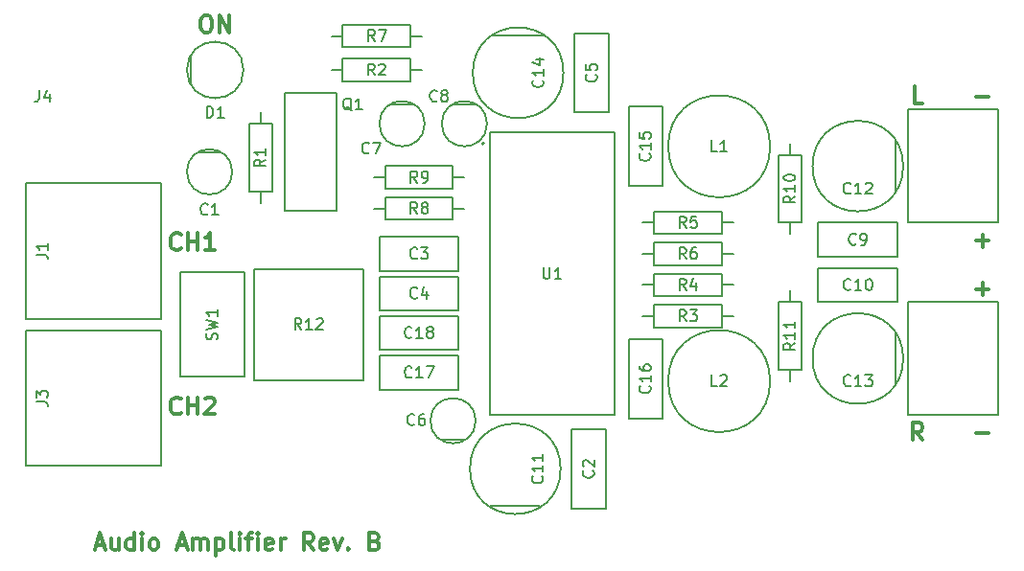
<source format=gto>
G04 #@! TF.GenerationSoftware,KiCad,Pcbnew,(5.1.5-0-10_14)*
G04 #@! TF.CreationDate,2020-05-20T11:48:18+12:00*
G04 #@! TF.ProjectId,audio-amplifier,61756469-6f2d-4616-9d70-6c6966696572,B*
G04 #@! TF.SameCoordinates,Original*
G04 #@! TF.FileFunction,Legend,Top*
G04 #@! TF.FilePolarity,Positive*
%FSLAX46Y46*%
G04 Gerber Fmt 4.6, Leading zero omitted, Abs format (unit mm)*
G04 Created by KiCad (PCBNEW (5.1.5-0-10_14)) date 2020-05-20 11:48:18*
%MOMM*%
%LPD*%
G04 APERTURE LIST*
%ADD10C,0.300000*%
%ADD11C,0.200000*%
G04 APERTURE END LIST*
D10*
X49321428Y-40928571D02*
X49607142Y-40928571D01*
X49750000Y-41000000D01*
X49892857Y-41142857D01*
X49964285Y-41428571D01*
X49964285Y-41928571D01*
X49892857Y-42214285D01*
X49750000Y-42357142D01*
X49607142Y-42428571D01*
X49321428Y-42428571D01*
X49178571Y-42357142D01*
X49035714Y-42214285D01*
X48964285Y-41928571D01*
X48964285Y-41428571D01*
X49035714Y-41142857D01*
X49178571Y-41000000D01*
X49321428Y-40928571D01*
X50607142Y-42428571D02*
X50607142Y-40928571D01*
X51464285Y-42428571D01*
X51464285Y-40928571D01*
X47214285Y-76035714D02*
X47142857Y-76107142D01*
X46928571Y-76178571D01*
X46785714Y-76178571D01*
X46571428Y-76107142D01*
X46428571Y-75964285D01*
X46357142Y-75821428D01*
X46285714Y-75535714D01*
X46285714Y-75321428D01*
X46357142Y-75035714D01*
X46428571Y-74892857D01*
X46571428Y-74750000D01*
X46785714Y-74678571D01*
X46928571Y-74678571D01*
X47142857Y-74750000D01*
X47214285Y-74821428D01*
X47857142Y-76178571D02*
X47857142Y-74678571D01*
X47857142Y-75392857D02*
X48714285Y-75392857D01*
X48714285Y-76178571D02*
X48714285Y-74678571D01*
X49357142Y-74821428D02*
X49428571Y-74750000D01*
X49571428Y-74678571D01*
X49928571Y-74678571D01*
X50071428Y-74750000D01*
X50142857Y-74821428D01*
X50214285Y-74964285D01*
X50214285Y-75107142D01*
X50142857Y-75321428D01*
X49285714Y-76178571D01*
X50214285Y-76178571D01*
X47214285Y-61535714D02*
X47142857Y-61607142D01*
X46928571Y-61678571D01*
X46785714Y-61678571D01*
X46571428Y-61607142D01*
X46428571Y-61464285D01*
X46357142Y-61321428D01*
X46285714Y-61035714D01*
X46285714Y-60821428D01*
X46357142Y-60535714D01*
X46428571Y-60392857D01*
X46571428Y-60250000D01*
X46785714Y-60178571D01*
X46928571Y-60178571D01*
X47142857Y-60250000D01*
X47214285Y-60321428D01*
X47857142Y-61678571D02*
X47857142Y-60178571D01*
X47857142Y-60892857D02*
X48714285Y-60892857D01*
X48714285Y-61678571D02*
X48714285Y-60178571D01*
X50214285Y-61678571D02*
X49357142Y-61678571D01*
X49785714Y-61678571D02*
X49785714Y-60178571D01*
X49642857Y-60392857D01*
X49500000Y-60535714D01*
X49357142Y-60607142D01*
X117428571Y-77857142D02*
X118571428Y-77857142D01*
X117428571Y-65107142D02*
X118571428Y-65107142D01*
X118000000Y-65678571D02*
X118000000Y-64535714D01*
X117428571Y-48107142D02*
X118571428Y-48107142D01*
X117428571Y-60857142D02*
X118571428Y-60857142D01*
X118000000Y-61428571D02*
X118000000Y-60285714D01*
X112714285Y-78428571D02*
X112214285Y-77714285D01*
X111857142Y-78428571D02*
X111857142Y-76928571D01*
X112428571Y-76928571D01*
X112571428Y-77000000D01*
X112642857Y-77071428D01*
X112714285Y-77214285D01*
X112714285Y-77428571D01*
X112642857Y-77571428D01*
X112571428Y-77642857D01*
X112428571Y-77714285D01*
X111857142Y-77714285D01*
X112714285Y-48678571D02*
X112000000Y-48678571D01*
X112000000Y-47178571D01*
X39730714Y-87750000D02*
X40445000Y-87750000D01*
X39587857Y-88178571D02*
X40087857Y-86678571D01*
X40587857Y-88178571D01*
X41730714Y-87178571D02*
X41730714Y-88178571D01*
X41087857Y-87178571D02*
X41087857Y-87964285D01*
X41159285Y-88107142D01*
X41302142Y-88178571D01*
X41516428Y-88178571D01*
X41659285Y-88107142D01*
X41730714Y-88035714D01*
X43087857Y-88178571D02*
X43087857Y-86678571D01*
X43087857Y-88107142D02*
X42945000Y-88178571D01*
X42659285Y-88178571D01*
X42516428Y-88107142D01*
X42445000Y-88035714D01*
X42373571Y-87892857D01*
X42373571Y-87464285D01*
X42445000Y-87321428D01*
X42516428Y-87250000D01*
X42659285Y-87178571D01*
X42945000Y-87178571D01*
X43087857Y-87250000D01*
X43802142Y-88178571D02*
X43802142Y-87178571D01*
X43802142Y-86678571D02*
X43730714Y-86750000D01*
X43802142Y-86821428D01*
X43873571Y-86750000D01*
X43802142Y-86678571D01*
X43802142Y-86821428D01*
X44730714Y-88178571D02*
X44587857Y-88107142D01*
X44516428Y-88035714D01*
X44445000Y-87892857D01*
X44445000Y-87464285D01*
X44516428Y-87321428D01*
X44587857Y-87250000D01*
X44730714Y-87178571D01*
X44945000Y-87178571D01*
X45087857Y-87250000D01*
X45159285Y-87321428D01*
X45230714Y-87464285D01*
X45230714Y-87892857D01*
X45159285Y-88035714D01*
X45087857Y-88107142D01*
X44945000Y-88178571D01*
X44730714Y-88178571D01*
X46945000Y-87750000D02*
X47659285Y-87750000D01*
X46802142Y-88178571D02*
X47302142Y-86678571D01*
X47802142Y-88178571D01*
X48302142Y-88178571D02*
X48302142Y-87178571D01*
X48302142Y-87321428D02*
X48373571Y-87250000D01*
X48516428Y-87178571D01*
X48730714Y-87178571D01*
X48873571Y-87250000D01*
X48945000Y-87392857D01*
X48945000Y-88178571D01*
X48945000Y-87392857D02*
X49016428Y-87250000D01*
X49159285Y-87178571D01*
X49373571Y-87178571D01*
X49516428Y-87250000D01*
X49587857Y-87392857D01*
X49587857Y-88178571D01*
X50302142Y-87178571D02*
X50302142Y-88678571D01*
X50302142Y-87250000D02*
X50445000Y-87178571D01*
X50730714Y-87178571D01*
X50873571Y-87250000D01*
X50945000Y-87321428D01*
X51016428Y-87464285D01*
X51016428Y-87892857D01*
X50945000Y-88035714D01*
X50873571Y-88107142D01*
X50730714Y-88178571D01*
X50445000Y-88178571D01*
X50302142Y-88107142D01*
X51873571Y-88178571D02*
X51730714Y-88107142D01*
X51659285Y-87964285D01*
X51659285Y-86678571D01*
X52445000Y-88178571D02*
X52445000Y-87178571D01*
X52445000Y-86678571D02*
X52373571Y-86750000D01*
X52445000Y-86821428D01*
X52516428Y-86750000D01*
X52445000Y-86678571D01*
X52445000Y-86821428D01*
X52945000Y-87178571D02*
X53516428Y-87178571D01*
X53159285Y-88178571D02*
X53159285Y-86892857D01*
X53230714Y-86750000D01*
X53373571Y-86678571D01*
X53516428Y-86678571D01*
X54016428Y-88178571D02*
X54016428Y-87178571D01*
X54016428Y-86678571D02*
X53945000Y-86750000D01*
X54016428Y-86821428D01*
X54087857Y-86750000D01*
X54016428Y-86678571D01*
X54016428Y-86821428D01*
X55302142Y-88107142D02*
X55159285Y-88178571D01*
X54873571Y-88178571D01*
X54730714Y-88107142D01*
X54659285Y-87964285D01*
X54659285Y-87392857D01*
X54730714Y-87250000D01*
X54873571Y-87178571D01*
X55159285Y-87178571D01*
X55302142Y-87250000D01*
X55373571Y-87392857D01*
X55373571Y-87535714D01*
X54659285Y-87678571D01*
X56016428Y-88178571D02*
X56016428Y-87178571D01*
X56016428Y-87464285D02*
X56087857Y-87321428D01*
X56159285Y-87250000D01*
X56302142Y-87178571D01*
X56445000Y-87178571D01*
X58945000Y-88178571D02*
X58445000Y-87464285D01*
X58087857Y-88178571D02*
X58087857Y-86678571D01*
X58659285Y-86678571D01*
X58802142Y-86750000D01*
X58873571Y-86821428D01*
X58945000Y-86964285D01*
X58945000Y-87178571D01*
X58873571Y-87321428D01*
X58802142Y-87392857D01*
X58659285Y-87464285D01*
X58087857Y-87464285D01*
X60159285Y-88107142D02*
X60016428Y-88178571D01*
X59730714Y-88178571D01*
X59587857Y-88107142D01*
X59516428Y-87964285D01*
X59516428Y-87392857D01*
X59587857Y-87250000D01*
X59730714Y-87178571D01*
X60016428Y-87178571D01*
X60159285Y-87250000D01*
X60230714Y-87392857D01*
X60230714Y-87535714D01*
X59516428Y-87678571D01*
X60730714Y-87178571D02*
X61087857Y-88178571D01*
X61445000Y-87178571D01*
X62016428Y-88035714D02*
X62087857Y-88107142D01*
X62016428Y-88178571D01*
X61945000Y-88107142D01*
X62016428Y-88035714D01*
X62016428Y-88178571D01*
X64373571Y-87392857D02*
X64587857Y-87464285D01*
X64659285Y-87535714D01*
X64730714Y-87678571D01*
X64730714Y-87892857D01*
X64659285Y-88035714D01*
X64587857Y-88107142D01*
X64445000Y-88178571D01*
X63873571Y-88178571D01*
X63873571Y-86678571D01*
X64373571Y-86678571D01*
X64516428Y-86750000D01*
X64587857Y-86821428D01*
X64659285Y-86964285D01*
X64659285Y-87107142D01*
X64587857Y-87250000D01*
X64516428Y-87321428D01*
X64373571Y-87392857D01*
X63873571Y-87392857D01*
D11*
X47200000Y-63650000D02*
X52800000Y-63650000D01*
X47200000Y-72850000D02*
X47200000Y-63650000D01*
X52800000Y-72850000D02*
X47200000Y-72850000D01*
X52800000Y-63650000D02*
X52800000Y-72850000D01*
X74490000Y-76250000D02*
X74490000Y-51250000D01*
X85490000Y-51250000D02*
X85490000Y-76250000D01*
X73990000Y-52250000D02*
G75*
G03X73990000Y-52250000I-100000J0D01*
G01*
X74490000Y-51250000D02*
X85490000Y-51250000D01*
X74490000Y-76250000D02*
X85490000Y-76250000D01*
X84750000Y-84500000D02*
X81750000Y-84500000D01*
X84750000Y-77500000D02*
X84750000Y-84500000D01*
X81750000Y-77500000D02*
X84750000Y-77500000D01*
X81750000Y-84500000D02*
X81750000Y-77500000D01*
X71750000Y-60500000D02*
X71750000Y-63500000D01*
X64750000Y-60500000D02*
X71750000Y-60500000D01*
X64750000Y-63500000D02*
X64750000Y-60500000D01*
X71750000Y-63500000D02*
X64750000Y-63500000D01*
X71750000Y-64000000D02*
X71750000Y-67000000D01*
X64750000Y-64000000D02*
X71750000Y-64000000D01*
X64750000Y-67000000D02*
X64750000Y-64000000D01*
X71750000Y-67000000D02*
X64750000Y-67000000D01*
X82000000Y-42500000D02*
X85000000Y-42500000D01*
X82000000Y-49500000D02*
X82000000Y-42500000D01*
X85000000Y-49500000D02*
X82000000Y-49500000D01*
X85000000Y-42500000D02*
X85000000Y-49500000D01*
X73250000Y-76750000D02*
G75*
G03X73250000Y-76750000I-2000000J0D01*
G01*
X72250000Y-78450000D02*
X70250000Y-78450000D01*
X74250000Y-50500000D02*
G75*
G03X74250000Y-50500000I-2000000J0D01*
G01*
X71250000Y-48800000D02*
X73250000Y-48800000D01*
X103500000Y-62250000D02*
X103500000Y-59250000D01*
X110500000Y-62250000D02*
X103500000Y-62250000D01*
X110500000Y-59250000D02*
X110500000Y-62250000D01*
X103500000Y-59250000D02*
X110500000Y-59250000D01*
X103500000Y-66250000D02*
X103500000Y-63250000D01*
X110500000Y-66250000D02*
X103500000Y-66250000D01*
X110500000Y-63250000D02*
X110500000Y-66250000D01*
X103500000Y-63250000D02*
X110500000Y-63250000D01*
X80750000Y-81000000D02*
G75*
G03X80750000Y-81000000I-4000000J0D01*
G01*
X78150000Y-84300000D02*
X75250000Y-84300000D01*
X78150000Y-84300000D02*
X78950000Y-84300000D01*
X75250000Y-84300000D02*
X74550000Y-84300000D01*
X111000000Y-54250000D02*
G75*
G03X111000000Y-54250000I-4000000J0D01*
G01*
X110300000Y-52850000D02*
X110300000Y-55750000D01*
X110300000Y-52850000D02*
X110300000Y-52050000D01*
X110300000Y-55750000D02*
X110300000Y-56450000D01*
X111000000Y-71250000D02*
G75*
G03X111000000Y-71250000I-4000000J0D01*
G01*
X110300000Y-69850000D02*
X110300000Y-72750000D01*
X110300000Y-69850000D02*
X110300000Y-69050000D01*
X110300000Y-72750000D02*
X110300000Y-73450000D01*
X81000000Y-46000000D02*
G75*
G03X81000000Y-46000000I-4000000J0D01*
G01*
X75600000Y-42700000D02*
X78500000Y-42700000D01*
X75600000Y-42700000D02*
X74800000Y-42700000D01*
X78500000Y-42700000D02*
X79200000Y-42700000D01*
X89750000Y-56000000D02*
X86750000Y-56000000D01*
X89750000Y-49000000D02*
X89750000Y-56000000D01*
X86750000Y-49000000D02*
X89750000Y-49000000D01*
X86750000Y-56000000D02*
X86750000Y-49000000D01*
X86750000Y-69540000D02*
X89750000Y-69540000D01*
X86750000Y-76540000D02*
X86750000Y-69540000D01*
X89750000Y-76540000D02*
X86750000Y-76540000D01*
X89750000Y-69540000D02*
X89750000Y-76540000D01*
X71750000Y-71000000D02*
X71750000Y-74000000D01*
X64750000Y-71000000D02*
X71750000Y-71000000D01*
X64750000Y-74000000D02*
X64750000Y-71000000D01*
X71750000Y-74000000D02*
X64750000Y-74000000D01*
X71750000Y-67500000D02*
X71750000Y-70500000D01*
X64750000Y-67500000D02*
X71750000Y-67500000D01*
X64750000Y-70500000D02*
X64750000Y-67500000D01*
X71750000Y-70500000D02*
X64750000Y-70500000D01*
X52750000Y-45750000D02*
G75*
G03X52750000Y-45750000I-2500000J0D01*
G01*
X48090000Y-47010000D02*
X48090000Y-44490000D01*
X33500000Y-55750000D02*
X33500000Y-61750000D01*
X45500000Y-55750000D02*
X33500000Y-55750000D01*
X45500000Y-67750000D02*
X45500000Y-55750000D01*
X33500000Y-67750000D02*
X45500000Y-67750000D01*
X33500000Y-61750000D02*
X33500000Y-67750000D01*
X33500000Y-68750000D02*
X33500000Y-74750000D01*
X45500000Y-68750000D02*
X33500000Y-68750000D01*
X45500000Y-80750000D02*
X45500000Y-68750000D01*
X33500000Y-80750000D02*
X45500000Y-80750000D01*
X33500000Y-74750000D02*
X33500000Y-80750000D01*
X61000000Y-47800000D02*
X56400000Y-47800000D01*
X56400000Y-58200000D02*
X61000000Y-58200000D01*
X56400000Y-58200000D02*
X56400000Y-47800000D01*
X61000000Y-58200000D02*
X61000000Y-47800000D01*
X53250000Y-50500000D02*
X55250000Y-50500000D01*
X53250000Y-56500000D02*
X53250000Y-50500000D01*
X55250000Y-56500000D02*
X53250000Y-56500000D01*
X55250000Y-50500000D02*
X55250000Y-56500000D01*
X54250000Y-50500000D02*
X54250000Y-49500000D01*
X54250000Y-56500000D02*
X54250000Y-57500000D01*
X61500000Y-46750000D02*
X61500000Y-44750000D01*
X67500000Y-46750000D02*
X61500000Y-46750000D01*
X67500000Y-44750000D02*
X67500000Y-46750000D01*
X61500000Y-44750000D02*
X67500000Y-44750000D01*
X61500000Y-45750000D02*
X60500000Y-45750000D01*
X67500000Y-45750000D02*
X68500000Y-45750000D01*
X89000000Y-68500000D02*
X89000000Y-66500000D01*
X95000000Y-68500000D02*
X89000000Y-68500000D01*
X95000000Y-66500000D02*
X95000000Y-68500000D01*
X89000000Y-66500000D02*
X95000000Y-66500000D01*
X89000000Y-67500000D02*
X88000000Y-67500000D01*
X95000000Y-67500000D02*
X96000000Y-67500000D01*
X89000000Y-65750000D02*
X89000000Y-63750000D01*
X95000000Y-65750000D02*
X89000000Y-65750000D01*
X95000000Y-63750000D02*
X95000000Y-65750000D01*
X89000000Y-63750000D02*
X95000000Y-63750000D01*
X89000000Y-64750000D02*
X88000000Y-64750000D01*
X95000000Y-64750000D02*
X96000000Y-64750000D01*
X89000000Y-60250000D02*
X89000000Y-58250000D01*
X95000000Y-60250000D02*
X89000000Y-60250000D01*
X95000000Y-58250000D02*
X95000000Y-60250000D01*
X89000000Y-58250000D02*
X95000000Y-58250000D01*
X89000000Y-59250000D02*
X88000000Y-59250000D01*
X95000000Y-59250000D02*
X96000000Y-59250000D01*
X89000000Y-63000000D02*
X89000000Y-61000000D01*
X95000000Y-63000000D02*
X89000000Y-63000000D01*
X95000000Y-61000000D02*
X95000000Y-63000000D01*
X89000000Y-61000000D02*
X95000000Y-61000000D01*
X89000000Y-62000000D02*
X88000000Y-62000000D01*
X95000000Y-62000000D02*
X96000000Y-62000000D01*
X61500000Y-43750000D02*
X61500000Y-41750000D01*
X67500000Y-43750000D02*
X61500000Y-43750000D01*
X67500000Y-41750000D02*
X67500000Y-43750000D01*
X61500000Y-41750000D02*
X67500000Y-41750000D01*
X61500000Y-42750000D02*
X60500000Y-42750000D01*
X67500000Y-42750000D02*
X68500000Y-42750000D01*
X65250000Y-59000000D02*
X65250000Y-57000000D01*
X71250000Y-59000000D02*
X65250000Y-59000000D01*
X71250000Y-57000000D02*
X71250000Y-59000000D01*
X65250000Y-57000000D02*
X71250000Y-57000000D01*
X65250000Y-58000000D02*
X64250000Y-58000000D01*
X71250000Y-58000000D02*
X72250000Y-58000000D01*
X65250000Y-56250000D02*
X65250000Y-54250000D01*
X71250000Y-56250000D02*
X65250000Y-56250000D01*
X71250000Y-54250000D02*
X71250000Y-56250000D01*
X65250000Y-54250000D02*
X71250000Y-54250000D01*
X65250000Y-55250000D02*
X64250000Y-55250000D01*
X71250000Y-55250000D02*
X72250000Y-55250000D01*
X102000000Y-59250000D02*
X100000000Y-59250000D01*
X102000000Y-53250000D02*
X102000000Y-59250000D01*
X100000000Y-53250000D02*
X102000000Y-53250000D01*
X100000000Y-59250000D02*
X100000000Y-53250000D01*
X101000000Y-59250000D02*
X101000000Y-60250000D01*
X101000000Y-53250000D02*
X101000000Y-52250000D01*
X100000000Y-66250000D02*
X102000000Y-66250000D01*
X100000000Y-72250000D02*
X100000000Y-66250000D01*
X102000000Y-72250000D02*
X100000000Y-72250000D01*
X102000000Y-66250000D02*
X102000000Y-72250000D01*
X101000000Y-66250000D02*
X101000000Y-65250000D01*
X101000000Y-72250000D02*
X101000000Y-73250000D01*
X51750000Y-54750000D02*
G75*
G03X51750000Y-54750000I-2000000J0D01*
G01*
X48750000Y-53050000D02*
X50750000Y-53050000D01*
X68750000Y-50500000D02*
G75*
G03X68750000Y-50500000I-2000000J0D01*
G01*
X65750000Y-48800000D02*
X67750000Y-48800000D01*
X99250000Y-52500000D02*
G75*
G03X99250000Y-52500000I-4500000J0D01*
G01*
X99250000Y-73250000D02*
G75*
G03X99250000Y-73250000I-4500000J0D01*
G01*
X111400000Y-59250000D02*
X119400000Y-59250000D01*
X111400000Y-49250000D02*
X119400000Y-49250000D01*
X111400000Y-59250000D02*
X111400000Y-49250000D01*
X119400000Y-49250000D02*
X119400000Y-59250000D01*
X111400000Y-76250000D02*
X119400000Y-76250000D01*
X111400000Y-66250000D02*
X119400000Y-66250000D01*
X111400000Y-76250000D02*
X111400000Y-66250000D01*
X119400000Y-66250000D02*
X119400000Y-76250000D01*
X53700000Y-73150000D02*
X63300000Y-73150000D01*
X63300000Y-73150000D02*
X63300000Y-63350000D01*
X53700000Y-63350000D02*
X53700000Y-73150000D01*
X53700000Y-63350000D02*
X63300000Y-63350000D01*
X34716666Y-47552380D02*
X34716666Y-48266666D01*
X34669047Y-48409523D01*
X34573809Y-48504761D01*
X34430952Y-48552380D01*
X34335714Y-48552380D01*
X35621428Y-47885714D02*
X35621428Y-48552380D01*
X35383333Y-47504761D02*
X35145238Y-48219047D01*
X35764285Y-48219047D01*
X50404761Y-69583333D02*
X50452380Y-69440476D01*
X50452380Y-69202380D01*
X50404761Y-69107142D01*
X50357142Y-69059523D01*
X50261904Y-69011904D01*
X50166666Y-69011904D01*
X50071428Y-69059523D01*
X50023809Y-69107142D01*
X49976190Y-69202380D01*
X49928571Y-69392857D01*
X49880952Y-69488095D01*
X49833333Y-69535714D01*
X49738095Y-69583333D01*
X49642857Y-69583333D01*
X49547619Y-69535714D01*
X49500000Y-69488095D01*
X49452380Y-69392857D01*
X49452380Y-69154761D01*
X49500000Y-69011904D01*
X49452380Y-68678571D02*
X50452380Y-68440476D01*
X49738095Y-68250000D01*
X50452380Y-68059523D01*
X49452380Y-67821428D01*
X50452380Y-66916666D02*
X50452380Y-67488095D01*
X50452380Y-67202380D02*
X49452380Y-67202380D01*
X49595238Y-67297619D01*
X49690476Y-67392857D01*
X49738095Y-67488095D01*
X79228095Y-63202380D02*
X79228095Y-64011904D01*
X79275714Y-64107142D01*
X79323333Y-64154761D01*
X79418571Y-64202380D01*
X79609047Y-64202380D01*
X79704285Y-64154761D01*
X79751904Y-64107142D01*
X79799523Y-64011904D01*
X79799523Y-63202380D01*
X80799523Y-64202380D02*
X80228095Y-64202380D01*
X80513809Y-64202380D02*
X80513809Y-63202380D01*
X80418571Y-63345238D01*
X80323333Y-63440476D01*
X80228095Y-63488095D01*
X83607142Y-81166666D02*
X83654761Y-81214285D01*
X83702380Y-81357142D01*
X83702380Y-81452380D01*
X83654761Y-81595238D01*
X83559523Y-81690476D01*
X83464285Y-81738095D01*
X83273809Y-81785714D01*
X83130952Y-81785714D01*
X82940476Y-81738095D01*
X82845238Y-81690476D01*
X82750000Y-81595238D01*
X82702380Y-81452380D01*
X82702380Y-81357142D01*
X82750000Y-81214285D01*
X82797619Y-81166666D01*
X82797619Y-80785714D02*
X82750000Y-80738095D01*
X82702380Y-80642857D01*
X82702380Y-80404761D01*
X82750000Y-80309523D01*
X82797619Y-80261904D01*
X82892857Y-80214285D01*
X82988095Y-80214285D01*
X83130952Y-80261904D01*
X83702380Y-80833333D01*
X83702380Y-80214285D01*
X68083333Y-62357142D02*
X68035714Y-62404761D01*
X67892857Y-62452380D01*
X67797619Y-62452380D01*
X67654761Y-62404761D01*
X67559523Y-62309523D01*
X67511904Y-62214285D01*
X67464285Y-62023809D01*
X67464285Y-61880952D01*
X67511904Y-61690476D01*
X67559523Y-61595238D01*
X67654761Y-61500000D01*
X67797619Y-61452380D01*
X67892857Y-61452380D01*
X68035714Y-61500000D01*
X68083333Y-61547619D01*
X68416666Y-61452380D02*
X69035714Y-61452380D01*
X68702380Y-61833333D01*
X68845238Y-61833333D01*
X68940476Y-61880952D01*
X68988095Y-61928571D01*
X69035714Y-62023809D01*
X69035714Y-62261904D01*
X68988095Y-62357142D01*
X68940476Y-62404761D01*
X68845238Y-62452380D01*
X68559523Y-62452380D01*
X68464285Y-62404761D01*
X68416666Y-62357142D01*
X68083333Y-65857142D02*
X68035714Y-65904761D01*
X67892857Y-65952380D01*
X67797619Y-65952380D01*
X67654761Y-65904761D01*
X67559523Y-65809523D01*
X67511904Y-65714285D01*
X67464285Y-65523809D01*
X67464285Y-65380952D01*
X67511904Y-65190476D01*
X67559523Y-65095238D01*
X67654761Y-65000000D01*
X67797619Y-64952380D01*
X67892857Y-64952380D01*
X68035714Y-65000000D01*
X68083333Y-65047619D01*
X68940476Y-65285714D02*
X68940476Y-65952380D01*
X68702380Y-64904761D02*
X68464285Y-65619047D01*
X69083333Y-65619047D01*
X83857142Y-46166666D02*
X83904761Y-46214285D01*
X83952380Y-46357142D01*
X83952380Y-46452380D01*
X83904761Y-46595238D01*
X83809523Y-46690476D01*
X83714285Y-46738095D01*
X83523809Y-46785714D01*
X83380952Y-46785714D01*
X83190476Y-46738095D01*
X83095238Y-46690476D01*
X83000000Y-46595238D01*
X82952380Y-46452380D01*
X82952380Y-46357142D01*
X83000000Y-46214285D01*
X83047619Y-46166666D01*
X82952380Y-45261904D02*
X82952380Y-45738095D01*
X83428571Y-45785714D01*
X83380952Y-45738095D01*
X83333333Y-45642857D01*
X83333333Y-45404761D01*
X83380952Y-45309523D01*
X83428571Y-45261904D01*
X83523809Y-45214285D01*
X83761904Y-45214285D01*
X83857142Y-45261904D01*
X83904761Y-45309523D01*
X83952380Y-45404761D01*
X83952380Y-45642857D01*
X83904761Y-45738095D01*
X83857142Y-45785714D01*
X67833333Y-77057142D02*
X67785714Y-77104761D01*
X67642857Y-77152380D01*
X67547619Y-77152380D01*
X67404761Y-77104761D01*
X67309523Y-77009523D01*
X67261904Y-76914285D01*
X67214285Y-76723809D01*
X67214285Y-76580952D01*
X67261904Y-76390476D01*
X67309523Y-76295238D01*
X67404761Y-76200000D01*
X67547619Y-76152380D01*
X67642857Y-76152380D01*
X67785714Y-76200000D01*
X67833333Y-76247619D01*
X68690476Y-76152380D02*
X68500000Y-76152380D01*
X68404761Y-76200000D01*
X68357142Y-76247619D01*
X68261904Y-76390476D01*
X68214285Y-76580952D01*
X68214285Y-76961904D01*
X68261904Y-77057142D01*
X68309523Y-77104761D01*
X68404761Y-77152380D01*
X68595238Y-77152380D01*
X68690476Y-77104761D01*
X68738095Y-77057142D01*
X68785714Y-76961904D01*
X68785714Y-76723809D01*
X68738095Y-76628571D01*
X68690476Y-76580952D01*
X68595238Y-76533333D01*
X68404761Y-76533333D01*
X68309523Y-76580952D01*
X68261904Y-76628571D01*
X68214285Y-76723809D01*
X69833333Y-48457142D02*
X69785714Y-48504761D01*
X69642857Y-48552380D01*
X69547619Y-48552380D01*
X69404761Y-48504761D01*
X69309523Y-48409523D01*
X69261904Y-48314285D01*
X69214285Y-48123809D01*
X69214285Y-47980952D01*
X69261904Y-47790476D01*
X69309523Y-47695238D01*
X69404761Y-47600000D01*
X69547619Y-47552380D01*
X69642857Y-47552380D01*
X69785714Y-47600000D01*
X69833333Y-47647619D01*
X70404761Y-47980952D02*
X70309523Y-47933333D01*
X70261904Y-47885714D01*
X70214285Y-47790476D01*
X70214285Y-47742857D01*
X70261904Y-47647619D01*
X70309523Y-47600000D01*
X70404761Y-47552380D01*
X70595238Y-47552380D01*
X70690476Y-47600000D01*
X70738095Y-47647619D01*
X70785714Y-47742857D01*
X70785714Y-47790476D01*
X70738095Y-47885714D01*
X70690476Y-47933333D01*
X70595238Y-47980952D01*
X70404761Y-47980952D01*
X70309523Y-48028571D01*
X70261904Y-48076190D01*
X70214285Y-48171428D01*
X70214285Y-48361904D01*
X70261904Y-48457142D01*
X70309523Y-48504761D01*
X70404761Y-48552380D01*
X70595238Y-48552380D01*
X70690476Y-48504761D01*
X70738095Y-48457142D01*
X70785714Y-48361904D01*
X70785714Y-48171428D01*
X70738095Y-48076190D01*
X70690476Y-48028571D01*
X70595238Y-47980952D01*
X106833333Y-61107142D02*
X106785714Y-61154761D01*
X106642857Y-61202380D01*
X106547619Y-61202380D01*
X106404761Y-61154761D01*
X106309523Y-61059523D01*
X106261904Y-60964285D01*
X106214285Y-60773809D01*
X106214285Y-60630952D01*
X106261904Y-60440476D01*
X106309523Y-60345238D01*
X106404761Y-60250000D01*
X106547619Y-60202380D01*
X106642857Y-60202380D01*
X106785714Y-60250000D01*
X106833333Y-60297619D01*
X107309523Y-61202380D02*
X107500000Y-61202380D01*
X107595238Y-61154761D01*
X107642857Y-61107142D01*
X107738095Y-60964285D01*
X107785714Y-60773809D01*
X107785714Y-60392857D01*
X107738095Y-60297619D01*
X107690476Y-60250000D01*
X107595238Y-60202380D01*
X107404761Y-60202380D01*
X107309523Y-60250000D01*
X107261904Y-60297619D01*
X107214285Y-60392857D01*
X107214285Y-60630952D01*
X107261904Y-60726190D01*
X107309523Y-60773809D01*
X107404761Y-60821428D01*
X107595238Y-60821428D01*
X107690476Y-60773809D01*
X107738095Y-60726190D01*
X107785714Y-60630952D01*
X106357142Y-65107142D02*
X106309523Y-65154761D01*
X106166666Y-65202380D01*
X106071428Y-65202380D01*
X105928571Y-65154761D01*
X105833333Y-65059523D01*
X105785714Y-64964285D01*
X105738095Y-64773809D01*
X105738095Y-64630952D01*
X105785714Y-64440476D01*
X105833333Y-64345238D01*
X105928571Y-64250000D01*
X106071428Y-64202380D01*
X106166666Y-64202380D01*
X106309523Y-64250000D01*
X106357142Y-64297619D01*
X107309523Y-65202380D02*
X106738095Y-65202380D01*
X107023809Y-65202380D02*
X107023809Y-64202380D01*
X106928571Y-64345238D01*
X106833333Y-64440476D01*
X106738095Y-64488095D01*
X107928571Y-64202380D02*
X108023809Y-64202380D01*
X108119047Y-64250000D01*
X108166666Y-64297619D01*
X108214285Y-64392857D01*
X108261904Y-64583333D01*
X108261904Y-64821428D01*
X108214285Y-65011904D01*
X108166666Y-65107142D01*
X108119047Y-65154761D01*
X108023809Y-65202380D01*
X107928571Y-65202380D01*
X107833333Y-65154761D01*
X107785714Y-65107142D01*
X107738095Y-65011904D01*
X107690476Y-64821428D01*
X107690476Y-64583333D01*
X107738095Y-64392857D01*
X107785714Y-64297619D01*
X107833333Y-64250000D01*
X107928571Y-64202380D01*
X79107142Y-81642857D02*
X79154761Y-81690476D01*
X79202380Y-81833333D01*
X79202380Y-81928571D01*
X79154761Y-82071428D01*
X79059523Y-82166666D01*
X78964285Y-82214285D01*
X78773809Y-82261904D01*
X78630952Y-82261904D01*
X78440476Y-82214285D01*
X78345238Y-82166666D01*
X78250000Y-82071428D01*
X78202380Y-81928571D01*
X78202380Y-81833333D01*
X78250000Y-81690476D01*
X78297619Y-81642857D01*
X79202380Y-80690476D02*
X79202380Y-81261904D01*
X79202380Y-80976190D02*
X78202380Y-80976190D01*
X78345238Y-81071428D01*
X78440476Y-81166666D01*
X78488095Y-81261904D01*
X79202380Y-79738095D02*
X79202380Y-80309523D01*
X79202380Y-80023809D02*
X78202380Y-80023809D01*
X78345238Y-80119047D01*
X78440476Y-80214285D01*
X78488095Y-80309523D01*
X106357142Y-56607142D02*
X106309523Y-56654761D01*
X106166666Y-56702380D01*
X106071428Y-56702380D01*
X105928571Y-56654761D01*
X105833333Y-56559523D01*
X105785714Y-56464285D01*
X105738095Y-56273809D01*
X105738095Y-56130952D01*
X105785714Y-55940476D01*
X105833333Y-55845238D01*
X105928571Y-55750000D01*
X106071428Y-55702380D01*
X106166666Y-55702380D01*
X106309523Y-55750000D01*
X106357142Y-55797619D01*
X107309523Y-56702380D02*
X106738095Y-56702380D01*
X107023809Y-56702380D02*
X107023809Y-55702380D01*
X106928571Y-55845238D01*
X106833333Y-55940476D01*
X106738095Y-55988095D01*
X107690476Y-55797619D02*
X107738095Y-55750000D01*
X107833333Y-55702380D01*
X108071428Y-55702380D01*
X108166666Y-55750000D01*
X108214285Y-55797619D01*
X108261904Y-55892857D01*
X108261904Y-55988095D01*
X108214285Y-56130952D01*
X107642857Y-56702380D01*
X108261904Y-56702380D01*
X106357142Y-73607142D02*
X106309523Y-73654761D01*
X106166666Y-73702380D01*
X106071428Y-73702380D01*
X105928571Y-73654761D01*
X105833333Y-73559523D01*
X105785714Y-73464285D01*
X105738095Y-73273809D01*
X105738095Y-73130952D01*
X105785714Y-72940476D01*
X105833333Y-72845238D01*
X105928571Y-72750000D01*
X106071428Y-72702380D01*
X106166666Y-72702380D01*
X106309523Y-72750000D01*
X106357142Y-72797619D01*
X107309523Y-73702380D02*
X106738095Y-73702380D01*
X107023809Y-73702380D02*
X107023809Y-72702380D01*
X106928571Y-72845238D01*
X106833333Y-72940476D01*
X106738095Y-72988095D01*
X107642857Y-72702380D02*
X108261904Y-72702380D01*
X107928571Y-73083333D01*
X108071428Y-73083333D01*
X108166666Y-73130952D01*
X108214285Y-73178571D01*
X108261904Y-73273809D01*
X108261904Y-73511904D01*
X108214285Y-73607142D01*
X108166666Y-73654761D01*
X108071428Y-73702380D01*
X107785714Y-73702380D01*
X107690476Y-73654761D01*
X107642857Y-73607142D01*
X79157142Y-46642857D02*
X79204761Y-46690476D01*
X79252380Y-46833333D01*
X79252380Y-46928571D01*
X79204761Y-47071428D01*
X79109523Y-47166666D01*
X79014285Y-47214285D01*
X78823809Y-47261904D01*
X78680952Y-47261904D01*
X78490476Y-47214285D01*
X78395238Y-47166666D01*
X78300000Y-47071428D01*
X78252380Y-46928571D01*
X78252380Y-46833333D01*
X78300000Y-46690476D01*
X78347619Y-46642857D01*
X79252380Y-45690476D02*
X79252380Y-46261904D01*
X79252380Y-45976190D02*
X78252380Y-45976190D01*
X78395238Y-46071428D01*
X78490476Y-46166666D01*
X78538095Y-46261904D01*
X78585714Y-44833333D02*
X79252380Y-44833333D01*
X78204761Y-45071428D02*
X78919047Y-45309523D01*
X78919047Y-44690476D01*
X88607142Y-53142857D02*
X88654761Y-53190476D01*
X88702380Y-53333333D01*
X88702380Y-53428571D01*
X88654761Y-53571428D01*
X88559523Y-53666666D01*
X88464285Y-53714285D01*
X88273809Y-53761904D01*
X88130952Y-53761904D01*
X87940476Y-53714285D01*
X87845238Y-53666666D01*
X87750000Y-53571428D01*
X87702380Y-53428571D01*
X87702380Y-53333333D01*
X87750000Y-53190476D01*
X87797619Y-53142857D01*
X88702380Y-52190476D02*
X88702380Y-52761904D01*
X88702380Y-52476190D02*
X87702380Y-52476190D01*
X87845238Y-52571428D01*
X87940476Y-52666666D01*
X87988095Y-52761904D01*
X87702380Y-51285714D02*
X87702380Y-51761904D01*
X88178571Y-51809523D01*
X88130952Y-51761904D01*
X88083333Y-51666666D01*
X88083333Y-51428571D01*
X88130952Y-51333333D01*
X88178571Y-51285714D01*
X88273809Y-51238095D01*
X88511904Y-51238095D01*
X88607142Y-51285714D01*
X88654761Y-51333333D01*
X88702380Y-51428571D01*
X88702380Y-51666666D01*
X88654761Y-51761904D01*
X88607142Y-51809523D01*
X88607142Y-73682857D02*
X88654761Y-73730476D01*
X88702380Y-73873333D01*
X88702380Y-73968571D01*
X88654761Y-74111428D01*
X88559523Y-74206666D01*
X88464285Y-74254285D01*
X88273809Y-74301904D01*
X88130952Y-74301904D01*
X87940476Y-74254285D01*
X87845238Y-74206666D01*
X87750000Y-74111428D01*
X87702380Y-73968571D01*
X87702380Y-73873333D01*
X87750000Y-73730476D01*
X87797619Y-73682857D01*
X88702380Y-72730476D02*
X88702380Y-73301904D01*
X88702380Y-73016190D02*
X87702380Y-73016190D01*
X87845238Y-73111428D01*
X87940476Y-73206666D01*
X87988095Y-73301904D01*
X87702380Y-71873333D02*
X87702380Y-72063809D01*
X87750000Y-72159047D01*
X87797619Y-72206666D01*
X87940476Y-72301904D01*
X88130952Y-72349523D01*
X88511904Y-72349523D01*
X88607142Y-72301904D01*
X88654761Y-72254285D01*
X88702380Y-72159047D01*
X88702380Y-71968571D01*
X88654761Y-71873333D01*
X88607142Y-71825714D01*
X88511904Y-71778095D01*
X88273809Y-71778095D01*
X88178571Y-71825714D01*
X88130952Y-71873333D01*
X88083333Y-71968571D01*
X88083333Y-72159047D01*
X88130952Y-72254285D01*
X88178571Y-72301904D01*
X88273809Y-72349523D01*
X67607142Y-72857142D02*
X67559523Y-72904761D01*
X67416666Y-72952380D01*
X67321428Y-72952380D01*
X67178571Y-72904761D01*
X67083333Y-72809523D01*
X67035714Y-72714285D01*
X66988095Y-72523809D01*
X66988095Y-72380952D01*
X67035714Y-72190476D01*
X67083333Y-72095238D01*
X67178571Y-72000000D01*
X67321428Y-71952380D01*
X67416666Y-71952380D01*
X67559523Y-72000000D01*
X67607142Y-72047619D01*
X68559523Y-72952380D02*
X67988095Y-72952380D01*
X68273809Y-72952380D02*
X68273809Y-71952380D01*
X68178571Y-72095238D01*
X68083333Y-72190476D01*
X67988095Y-72238095D01*
X68892857Y-71952380D02*
X69559523Y-71952380D01*
X69130952Y-72952380D01*
X67607142Y-69357142D02*
X67559523Y-69404761D01*
X67416666Y-69452380D01*
X67321428Y-69452380D01*
X67178571Y-69404761D01*
X67083333Y-69309523D01*
X67035714Y-69214285D01*
X66988095Y-69023809D01*
X66988095Y-68880952D01*
X67035714Y-68690476D01*
X67083333Y-68595238D01*
X67178571Y-68500000D01*
X67321428Y-68452380D01*
X67416666Y-68452380D01*
X67559523Y-68500000D01*
X67607142Y-68547619D01*
X68559523Y-69452380D02*
X67988095Y-69452380D01*
X68273809Y-69452380D02*
X68273809Y-68452380D01*
X68178571Y-68595238D01*
X68083333Y-68690476D01*
X67988095Y-68738095D01*
X69130952Y-68880952D02*
X69035714Y-68833333D01*
X68988095Y-68785714D01*
X68940476Y-68690476D01*
X68940476Y-68642857D01*
X68988095Y-68547619D01*
X69035714Y-68500000D01*
X69130952Y-68452380D01*
X69321428Y-68452380D01*
X69416666Y-68500000D01*
X69464285Y-68547619D01*
X69511904Y-68642857D01*
X69511904Y-68690476D01*
X69464285Y-68785714D01*
X69416666Y-68833333D01*
X69321428Y-68880952D01*
X69130952Y-68880952D01*
X69035714Y-68928571D01*
X68988095Y-68976190D01*
X68940476Y-69071428D01*
X68940476Y-69261904D01*
X68988095Y-69357142D01*
X69035714Y-69404761D01*
X69130952Y-69452380D01*
X69321428Y-69452380D01*
X69416666Y-69404761D01*
X69464285Y-69357142D01*
X69511904Y-69261904D01*
X69511904Y-69071428D01*
X69464285Y-68976190D01*
X69416666Y-68928571D01*
X69321428Y-68880952D01*
X49511904Y-49952380D02*
X49511904Y-48952380D01*
X49750000Y-48952380D01*
X49892857Y-49000000D01*
X49988095Y-49095238D01*
X50035714Y-49190476D01*
X50083333Y-49380952D01*
X50083333Y-49523809D01*
X50035714Y-49714285D01*
X49988095Y-49809523D01*
X49892857Y-49904761D01*
X49750000Y-49952380D01*
X49511904Y-49952380D01*
X51035714Y-49952380D02*
X50464285Y-49952380D01*
X50750000Y-49952380D02*
X50750000Y-48952380D01*
X50654761Y-49095238D01*
X50559523Y-49190476D01*
X50464285Y-49238095D01*
X34452380Y-62083333D02*
X35166666Y-62083333D01*
X35309523Y-62130952D01*
X35404761Y-62226190D01*
X35452380Y-62369047D01*
X35452380Y-62464285D01*
X35452380Y-61083333D02*
X35452380Y-61654761D01*
X35452380Y-61369047D02*
X34452380Y-61369047D01*
X34595238Y-61464285D01*
X34690476Y-61559523D01*
X34738095Y-61654761D01*
X34452380Y-75083333D02*
X35166666Y-75083333D01*
X35309523Y-75130952D01*
X35404761Y-75226190D01*
X35452380Y-75369047D01*
X35452380Y-75464285D01*
X34452380Y-74702380D02*
X34452380Y-74083333D01*
X34833333Y-74416666D01*
X34833333Y-74273809D01*
X34880952Y-74178571D01*
X34928571Y-74130952D01*
X35023809Y-74083333D01*
X35261904Y-74083333D01*
X35357142Y-74130952D01*
X35404761Y-74178571D01*
X35452380Y-74273809D01*
X35452380Y-74559523D01*
X35404761Y-74654761D01*
X35357142Y-74702380D01*
X62304761Y-49347619D02*
X62209523Y-49300000D01*
X62114285Y-49204761D01*
X61971428Y-49061904D01*
X61876190Y-49014285D01*
X61780952Y-49014285D01*
X61828571Y-49252380D02*
X61733333Y-49204761D01*
X61638095Y-49109523D01*
X61590476Y-48919047D01*
X61590476Y-48585714D01*
X61638095Y-48395238D01*
X61733333Y-48300000D01*
X61828571Y-48252380D01*
X62019047Y-48252380D01*
X62114285Y-48300000D01*
X62209523Y-48395238D01*
X62257142Y-48585714D01*
X62257142Y-48919047D01*
X62209523Y-49109523D01*
X62114285Y-49204761D01*
X62019047Y-49252380D01*
X61828571Y-49252380D01*
X63209523Y-49252380D02*
X62638095Y-49252380D01*
X62923809Y-49252380D02*
X62923809Y-48252380D01*
X62828571Y-48395238D01*
X62733333Y-48490476D01*
X62638095Y-48538095D01*
X54702380Y-53666666D02*
X54226190Y-54000000D01*
X54702380Y-54238095D02*
X53702380Y-54238095D01*
X53702380Y-53857142D01*
X53750000Y-53761904D01*
X53797619Y-53714285D01*
X53892857Y-53666666D01*
X54035714Y-53666666D01*
X54130952Y-53714285D01*
X54178571Y-53761904D01*
X54226190Y-53857142D01*
X54226190Y-54238095D01*
X54702380Y-52714285D02*
X54702380Y-53285714D01*
X54702380Y-53000000D02*
X53702380Y-53000000D01*
X53845238Y-53095238D01*
X53940476Y-53190476D01*
X53988095Y-53285714D01*
X64333333Y-46202380D02*
X64000000Y-45726190D01*
X63761904Y-46202380D02*
X63761904Y-45202380D01*
X64142857Y-45202380D01*
X64238095Y-45250000D01*
X64285714Y-45297619D01*
X64333333Y-45392857D01*
X64333333Y-45535714D01*
X64285714Y-45630952D01*
X64238095Y-45678571D01*
X64142857Y-45726190D01*
X63761904Y-45726190D01*
X64714285Y-45297619D02*
X64761904Y-45250000D01*
X64857142Y-45202380D01*
X65095238Y-45202380D01*
X65190476Y-45250000D01*
X65238095Y-45297619D01*
X65285714Y-45392857D01*
X65285714Y-45488095D01*
X65238095Y-45630952D01*
X64666666Y-46202380D01*
X65285714Y-46202380D01*
X91833333Y-67952380D02*
X91500000Y-67476190D01*
X91261904Y-67952380D02*
X91261904Y-66952380D01*
X91642857Y-66952380D01*
X91738095Y-67000000D01*
X91785714Y-67047619D01*
X91833333Y-67142857D01*
X91833333Y-67285714D01*
X91785714Y-67380952D01*
X91738095Y-67428571D01*
X91642857Y-67476190D01*
X91261904Y-67476190D01*
X92166666Y-66952380D02*
X92785714Y-66952380D01*
X92452380Y-67333333D01*
X92595238Y-67333333D01*
X92690476Y-67380952D01*
X92738095Y-67428571D01*
X92785714Y-67523809D01*
X92785714Y-67761904D01*
X92738095Y-67857142D01*
X92690476Y-67904761D01*
X92595238Y-67952380D01*
X92309523Y-67952380D01*
X92214285Y-67904761D01*
X92166666Y-67857142D01*
X91833333Y-65202380D02*
X91500000Y-64726190D01*
X91261904Y-65202380D02*
X91261904Y-64202380D01*
X91642857Y-64202380D01*
X91738095Y-64250000D01*
X91785714Y-64297619D01*
X91833333Y-64392857D01*
X91833333Y-64535714D01*
X91785714Y-64630952D01*
X91738095Y-64678571D01*
X91642857Y-64726190D01*
X91261904Y-64726190D01*
X92690476Y-64535714D02*
X92690476Y-65202380D01*
X92452380Y-64154761D02*
X92214285Y-64869047D01*
X92833333Y-64869047D01*
X91833333Y-59702380D02*
X91500000Y-59226190D01*
X91261904Y-59702380D02*
X91261904Y-58702380D01*
X91642857Y-58702380D01*
X91738095Y-58750000D01*
X91785714Y-58797619D01*
X91833333Y-58892857D01*
X91833333Y-59035714D01*
X91785714Y-59130952D01*
X91738095Y-59178571D01*
X91642857Y-59226190D01*
X91261904Y-59226190D01*
X92738095Y-58702380D02*
X92261904Y-58702380D01*
X92214285Y-59178571D01*
X92261904Y-59130952D01*
X92357142Y-59083333D01*
X92595238Y-59083333D01*
X92690476Y-59130952D01*
X92738095Y-59178571D01*
X92785714Y-59273809D01*
X92785714Y-59511904D01*
X92738095Y-59607142D01*
X92690476Y-59654761D01*
X92595238Y-59702380D01*
X92357142Y-59702380D01*
X92261904Y-59654761D01*
X92214285Y-59607142D01*
X91833333Y-62452380D02*
X91500000Y-61976190D01*
X91261904Y-62452380D02*
X91261904Y-61452380D01*
X91642857Y-61452380D01*
X91738095Y-61500000D01*
X91785714Y-61547619D01*
X91833333Y-61642857D01*
X91833333Y-61785714D01*
X91785714Y-61880952D01*
X91738095Y-61928571D01*
X91642857Y-61976190D01*
X91261904Y-61976190D01*
X92690476Y-61452380D02*
X92500000Y-61452380D01*
X92404761Y-61500000D01*
X92357142Y-61547619D01*
X92261904Y-61690476D01*
X92214285Y-61880952D01*
X92214285Y-62261904D01*
X92261904Y-62357142D01*
X92309523Y-62404761D01*
X92404761Y-62452380D01*
X92595238Y-62452380D01*
X92690476Y-62404761D01*
X92738095Y-62357142D01*
X92785714Y-62261904D01*
X92785714Y-62023809D01*
X92738095Y-61928571D01*
X92690476Y-61880952D01*
X92595238Y-61833333D01*
X92404761Y-61833333D01*
X92309523Y-61880952D01*
X92261904Y-61928571D01*
X92214285Y-62023809D01*
X64333333Y-43202380D02*
X64000000Y-42726190D01*
X63761904Y-43202380D02*
X63761904Y-42202380D01*
X64142857Y-42202380D01*
X64238095Y-42250000D01*
X64285714Y-42297619D01*
X64333333Y-42392857D01*
X64333333Y-42535714D01*
X64285714Y-42630952D01*
X64238095Y-42678571D01*
X64142857Y-42726190D01*
X63761904Y-42726190D01*
X64666666Y-42202380D02*
X65333333Y-42202380D01*
X64904761Y-43202380D01*
X68083333Y-58452380D02*
X67750000Y-57976190D01*
X67511904Y-58452380D02*
X67511904Y-57452380D01*
X67892857Y-57452380D01*
X67988095Y-57500000D01*
X68035714Y-57547619D01*
X68083333Y-57642857D01*
X68083333Y-57785714D01*
X68035714Y-57880952D01*
X67988095Y-57928571D01*
X67892857Y-57976190D01*
X67511904Y-57976190D01*
X68654761Y-57880952D02*
X68559523Y-57833333D01*
X68511904Y-57785714D01*
X68464285Y-57690476D01*
X68464285Y-57642857D01*
X68511904Y-57547619D01*
X68559523Y-57500000D01*
X68654761Y-57452380D01*
X68845238Y-57452380D01*
X68940476Y-57500000D01*
X68988095Y-57547619D01*
X69035714Y-57642857D01*
X69035714Y-57690476D01*
X68988095Y-57785714D01*
X68940476Y-57833333D01*
X68845238Y-57880952D01*
X68654761Y-57880952D01*
X68559523Y-57928571D01*
X68511904Y-57976190D01*
X68464285Y-58071428D01*
X68464285Y-58261904D01*
X68511904Y-58357142D01*
X68559523Y-58404761D01*
X68654761Y-58452380D01*
X68845238Y-58452380D01*
X68940476Y-58404761D01*
X68988095Y-58357142D01*
X69035714Y-58261904D01*
X69035714Y-58071428D01*
X68988095Y-57976190D01*
X68940476Y-57928571D01*
X68845238Y-57880952D01*
X68083333Y-55702380D02*
X67750000Y-55226190D01*
X67511904Y-55702380D02*
X67511904Y-54702380D01*
X67892857Y-54702380D01*
X67988095Y-54750000D01*
X68035714Y-54797619D01*
X68083333Y-54892857D01*
X68083333Y-55035714D01*
X68035714Y-55130952D01*
X67988095Y-55178571D01*
X67892857Y-55226190D01*
X67511904Y-55226190D01*
X68559523Y-55702380D02*
X68750000Y-55702380D01*
X68845238Y-55654761D01*
X68892857Y-55607142D01*
X68988095Y-55464285D01*
X69035714Y-55273809D01*
X69035714Y-54892857D01*
X68988095Y-54797619D01*
X68940476Y-54750000D01*
X68845238Y-54702380D01*
X68654761Y-54702380D01*
X68559523Y-54750000D01*
X68511904Y-54797619D01*
X68464285Y-54892857D01*
X68464285Y-55130952D01*
X68511904Y-55226190D01*
X68559523Y-55273809D01*
X68654761Y-55321428D01*
X68845238Y-55321428D01*
X68940476Y-55273809D01*
X68988095Y-55226190D01*
X69035714Y-55130952D01*
X101452380Y-56892857D02*
X100976190Y-57226190D01*
X101452380Y-57464285D02*
X100452380Y-57464285D01*
X100452380Y-57083333D01*
X100500000Y-56988095D01*
X100547619Y-56940476D01*
X100642857Y-56892857D01*
X100785714Y-56892857D01*
X100880952Y-56940476D01*
X100928571Y-56988095D01*
X100976190Y-57083333D01*
X100976190Y-57464285D01*
X101452380Y-55940476D02*
X101452380Y-56511904D01*
X101452380Y-56226190D02*
X100452380Y-56226190D01*
X100595238Y-56321428D01*
X100690476Y-56416666D01*
X100738095Y-56511904D01*
X100452380Y-55321428D02*
X100452380Y-55226190D01*
X100500000Y-55130952D01*
X100547619Y-55083333D01*
X100642857Y-55035714D01*
X100833333Y-54988095D01*
X101071428Y-54988095D01*
X101261904Y-55035714D01*
X101357142Y-55083333D01*
X101404761Y-55130952D01*
X101452380Y-55226190D01*
X101452380Y-55321428D01*
X101404761Y-55416666D01*
X101357142Y-55464285D01*
X101261904Y-55511904D01*
X101071428Y-55559523D01*
X100833333Y-55559523D01*
X100642857Y-55511904D01*
X100547619Y-55464285D01*
X100500000Y-55416666D01*
X100452380Y-55321428D01*
X101452380Y-69892857D02*
X100976190Y-70226190D01*
X101452380Y-70464285D02*
X100452380Y-70464285D01*
X100452380Y-70083333D01*
X100500000Y-69988095D01*
X100547619Y-69940476D01*
X100642857Y-69892857D01*
X100785714Y-69892857D01*
X100880952Y-69940476D01*
X100928571Y-69988095D01*
X100976190Y-70083333D01*
X100976190Y-70464285D01*
X101452380Y-68940476D02*
X101452380Y-69511904D01*
X101452380Y-69226190D02*
X100452380Y-69226190D01*
X100595238Y-69321428D01*
X100690476Y-69416666D01*
X100738095Y-69511904D01*
X101452380Y-67988095D02*
X101452380Y-68559523D01*
X101452380Y-68273809D02*
X100452380Y-68273809D01*
X100595238Y-68369047D01*
X100690476Y-68464285D01*
X100738095Y-68559523D01*
X49583333Y-58457142D02*
X49535714Y-58504761D01*
X49392857Y-58552380D01*
X49297619Y-58552380D01*
X49154761Y-58504761D01*
X49059523Y-58409523D01*
X49011904Y-58314285D01*
X48964285Y-58123809D01*
X48964285Y-57980952D01*
X49011904Y-57790476D01*
X49059523Y-57695238D01*
X49154761Y-57600000D01*
X49297619Y-57552380D01*
X49392857Y-57552380D01*
X49535714Y-57600000D01*
X49583333Y-57647619D01*
X50535714Y-58552380D02*
X49964285Y-58552380D01*
X50250000Y-58552380D02*
X50250000Y-57552380D01*
X50154761Y-57695238D01*
X50059523Y-57790476D01*
X49964285Y-57838095D01*
X63833333Y-53057142D02*
X63785714Y-53104761D01*
X63642857Y-53152380D01*
X63547619Y-53152380D01*
X63404761Y-53104761D01*
X63309523Y-53009523D01*
X63261904Y-52914285D01*
X63214285Y-52723809D01*
X63214285Y-52580952D01*
X63261904Y-52390476D01*
X63309523Y-52295238D01*
X63404761Y-52200000D01*
X63547619Y-52152380D01*
X63642857Y-52152380D01*
X63785714Y-52200000D01*
X63833333Y-52247619D01*
X64166666Y-52152380D02*
X64833333Y-52152380D01*
X64404761Y-53152380D01*
X94583333Y-52952380D02*
X94107142Y-52952380D01*
X94107142Y-51952380D01*
X95440476Y-52952380D02*
X94869047Y-52952380D01*
X95154761Y-52952380D02*
X95154761Y-51952380D01*
X95059523Y-52095238D01*
X94964285Y-52190476D01*
X94869047Y-52238095D01*
X94583333Y-73702380D02*
X94107142Y-73702380D01*
X94107142Y-72702380D01*
X94869047Y-72797619D02*
X94916666Y-72750000D01*
X95011904Y-72702380D01*
X95250000Y-72702380D01*
X95345238Y-72750000D01*
X95392857Y-72797619D01*
X95440476Y-72892857D01*
X95440476Y-72988095D01*
X95392857Y-73130952D01*
X94821428Y-73702380D01*
X95440476Y-73702380D01*
X57857142Y-68702380D02*
X57523809Y-68226190D01*
X57285714Y-68702380D02*
X57285714Y-67702380D01*
X57666666Y-67702380D01*
X57761904Y-67750000D01*
X57809523Y-67797619D01*
X57857142Y-67892857D01*
X57857142Y-68035714D01*
X57809523Y-68130952D01*
X57761904Y-68178571D01*
X57666666Y-68226190D01*
X57285714Y-68226190D01*
X58809523Y-68702380D02*
X58238095Y-68702380D01*
X58523809Y-68702380D02*
X58523809Y-67702380D01*
X58428571Y-67845238D01*
X58333333Y-67940476D01*
X58238095Y-67988095D01*
X59190476Y-67797619D02*
X59238095Y-67750000D01*
X59333333Y-67702380D01*
X59571428Y-67702380D01*
X59666666Y-67750000D01*
X59714285Y-67797619D01*
X59761904Y-67892857D01*
X59761904Y-67988095D01*
X59714285Y-68130952D01*
X59142857Y-68702380D01*
X59761904Y-68702380D01*
M02*

</source>
